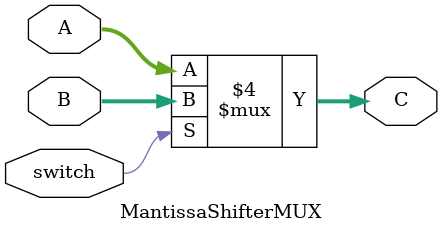
<source format=sv>
module MantissaShifterMUX
(
	input [9:0] A, B,
	input switch,
	output [9:0] C
);
	always_comb
    begin
        if (switch == 1'b0)
            C = A;    
        else
            C = B;     
    end

endmodule 
</source>
